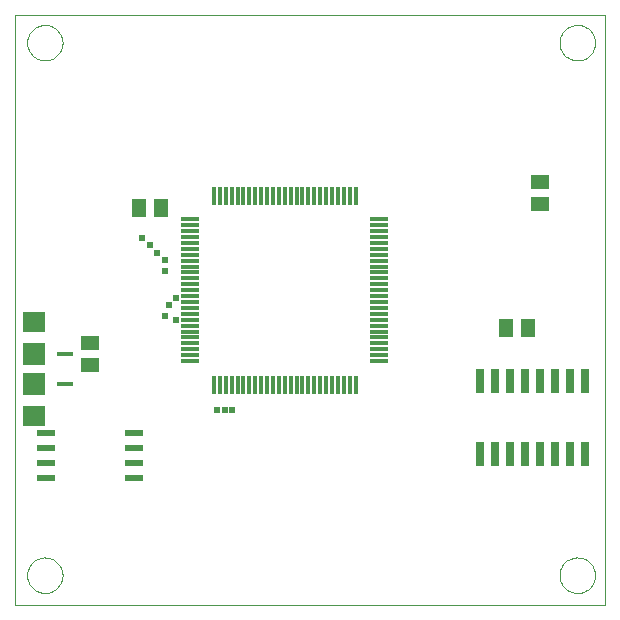
<source format=gtp>
G75*
%MOIN*%
%OFA0B0*%
%FSLAX24Y24*%
%IPPOS*%
%LPD*%
%AMOC8*
5,1,8,0,0,1.08239X$1,22.5*
%
%ADD10C,0.0000*%
%ADD11R,0.0610X0.0210*%
%ADD12R,0.0591X0.0138*%
%ADD13R,0.0138X0.0591*%
%ADD14R,0.0551X0.0138*%
%ADD15R,0.0748X0.0709*%
%ADD16R,0.0748X0.0748*%
%ADD17R,0.0260X0.0800*%
%ADD18R,0.0591X0.0512*%
%ADD19R,0.0200X0.0200*%
%ADD20R,0.0512X0.0591*%
D10*
X000603Y000100D02*
X000603Y019785D01*
X020288Y019785D01*
X020288Y000100D01*
X000603Y000100D01*
X001012Y001100D02*
X001014Y001148D01*
X001020Y001196D01*
X001030Y001243D01*
X001043Y001289D01*
X001061Y001334D01*
X001081Y001378D01*
X001106Y001420D01*
X001134Y001459D01*
X001164Y001496D01*
X001198Y001530D01*
X001235Y001562D01*
X001273Y001591D01*
X001314Y001616D01*
X001357Y001638D01*
X001402Y001656D01*
X001448Y001670D01*
X001495Y001681D01*
X001543Y001688D01*
X001591Y001691D01*
X001639Y001690D01*
X001687Y001685D01*
X001735Y001676D01*
X001781Y001664D01*
X001826Y001647D01*
X001870Y001627D01*
X001912Y001604D01*
X001952Y001577D01*
X001990Y001547D01*
X002025Y001514D01*
X002057Y001478D01*
X002087Y001440D01*
X002113Y001399D01*
X002135Y001356D01*
X002155Y001312D01*
X002170Y001267D01*
X002182Y001220D01*
X002190Y001172D01*
X002194Y001124D01*
X002194Y001076D01*
X002190Y001028D01*
X002182Y000980D01*
X002170Y000933D01*
X002155Y000888D01*
X002135Y000844D01*
X002113Y000801D01*
X002087Y000760D01*
X002057Y000722D01*
X002025Y000686D01*
X001990Y000653D01*
X001952Y000623D01*
X001912Y000596D01*
X001870Y000573D01*
X001826Y000553D01*
X001781Y000536D01*
X001735Y000524D01*
X001687Y000515D01*
X001639Y000510D01*
X001591Y000509D01*
X001543Y000512D01*
X001495Y000519D01*
X001448Y000530D01*
X001402Y000544D01*
X001357Y000562D01*
X001314Y000584D01*
X001273Y000609D01*
X001235Y000638D01*
X001198Y000670D01*
X001164Y000704D01*
X001134Y000741D01*
X001106Y000780D01*
X001081Y000822D01*
X001061Y000866D01*
X001043Y000911D01*
X001030Y000957D01*
X001020Y001004D01*
X001014Y001052D01*
X001012Y001100D01*
X001012Y018850D02*
X001014Y018898D01*
X001020Y018946D01*
X001030Y018993D01*
X001043Y019039D01*
X001061Y019084D01*
X001081Y019128D01*
X001106Y019170D01*
X001134Y019209D01*
X001164Y019246D01*
X001198Y019280D01*
X001235Y019312D01*
X001273Y019341D01*
X001314Y019366D01*
X001357Y019388D01*
X001402Y019406D01*
X001448Y019420D01*
X001495Y019431D01*
X001543Y019438D01*
X001591Y019441D01*
X001639Y019440D01*
X001687Y019435D01*
X001735Y019426D01*
X001781Y019414D01*
X001826Y019397D01*
X001870Y019377D01*
X001912Y019354D01*
X001952Y019327D01*
X001990Y019297D01*
X002025Y019264D01*
X002057Y019228D01*
X002087Y019190D01*
X002113Y019149D01*
X002135Y019106D01*
X002155Y019062D01*
X002170Y019017D01*
X002182Y018970D01*
X002190Y018922D01*
X002194Y018874D01*
X002194Y018826D01*
X002190Y018778D01*
X002182Y018730D01*
X002170Y018683D01*
X002155Y018638D01*
X002135Y018594D01*
X002113Y018551D01*
X002087Y018510D01*
X002057Y018472D01*
X002025Y018436D01*
X001990Y018403D01*
X001952Y018373D01*
X001912Y018346D01*
X001870Y018323D01*
X001826Y018303D01*
X001781Y018286D01*
X001735Y018274D01*
X001687Y018265D01*
X001639Y018260D01*
X001591Y018259D01*
X001543Y018262D01*
X001495Y018269D01*
X001448Y018280D01*
X001402Y018294D01*
X001357Y018312D01*
X001314Y018334D01*
X001273Y018359D01*
X001235Y018388D01*
X001198Y018420D01*
X001164Y018454D01*
X001134Y018491D01*
X001106Y018530D01*
X001081Y018572D01*
X001061Y018616D01*
X001043Y018661D01*
X001030Y018707D01*
X001020Y018754D01*
X001014Y018802D01*
X001012Y018850D01*
X018762Y018850D02*
X018764Y018898D01*
X018770Y018946D01*
X018780Y018993D01*
X018793Y019039D01*
X018811Y019084D01*
X018831Y019128D01*
X018856Y019170D01*
X018884Y019209D01*
X018914Y019246D01*
X018948Y019280D01*
X018985Y019312D01*
X019023Y019341D01*
X019064Y019366D01*
X019107Y019388D01*
X019152Y019406D01*
X019198Y019420D01*
X019245Y019431D01*
X019293Y019438D01*
X019341Y019441D01*
X019389Y019440D01*
X019437Y019435D01*
X019485Y019426D01*
X019531Y019414D01*
X019576Y019397D01*
X019620Y019377D01*
X019662Y019354D01*
X019702Y019327D01*
X019740Y019297D01*
X019775Y019264D01*
X019807Y019228D01*
X019837Y019190D01*
X019863Y019149D01*
X019885Y019106D01*
X019905Y019062D01*
X019920Y019017D01*
X019932Y018970D01*
X019940Y018922D01*
X019944Y018874D01*
X019944Y018826D01*
X019940Y018778D01*
X019932Y018730D01*
X019920Y018683D01*
X019905Y018638D01*
X019885Y018594D01*
X019863Y018551D01*
X019837Y018510D01*
X019807Y018472D01*
X019775Y018436D01*
X019740Y018403D01*
X019702Y018373D01*
X019662Y018346D01*
X019620Y018323D01*
X019576Y018303D01*
X019531Y018286D01*
X019485Y018274D01*
X019437Y018265D01*
X019389Y018260D01*
X019341Y018259D01*
X019293Y018262D01*
X019245Y018269D01*
X019198Y018280D01*
X019152Y018294D01*
X019107Y018312D01*
X019064Y018334D01*
X019023Y018359D01*
X018985Y018388D01*
X018948Y018420D01*
X018914Y018454D01*
X018884Y018491D01*
X018856Y018530D01*
X018831Y018572D01*
X018811Y018616D01*
X018793Y018661D01*
X018780Y018707D01*
X018770Y018754D01*
X018764Y018802D01*
X018762Y018850D01*
X018762Y001100D02*
X018764Y001148D01*
X018770Y001196D01*
X018780Y001243D01*
X018793Y001289D01*
X018811Y001334D01*
X018831Y001378D01*
X018856Y001420D01*
X018884Y001459D01*
X018914Y001496D01*
X018948Y001530D01*
X018985Y001562D01*
X019023Y001591D01*
X019064Y001616D01*
X019107Y001638D01*
X019152Y001656D01*
X019198Y001670D01*
X019245Y001681D01*
X019293Y001688D01*
X019341Y001691D01*
X019389Y001690D01*
X019437Y001685D01*
X019485Y001676D01*
X019531Y001664D01*
X019576Y001647D01*
X019620Y001627D01*
X019662Y001604D01*
X019702Y001577D01*
X019740Y001547D01*
X019775Y001514D01*
X019807Y001478D01*
X019837Y001440D01*
X019863Y001399D01*
X019885Y001356D01*
X019905Y001312D01*
X019920Y001267D01*
X019932Y001220D01*
X019940Y001172D01*
X019944Y001124D01*
X019944Y001076D01*
X019940Y001028D01*
X019932Y000980D01*
X019920Y000933D01*
X019905Y000888D01*
X019885Y000844D01*
X019863Y000801D01*
X019837Y000760D01*
X019807Y000722D01*
X019775Y000686D01*
X019740Y000653D01*
X019702Y000623D01*
X019662Y000596D01*
X019620Y000573D01*
X019576Y000553D01*
X019531Y000536D01*
X019485Y000524D01*
X019437Y000515D01*
X019389Y000510D01*
X019341Y000509D01*
X019293Y000512D01*
X019245Y000519D01*
X019198Y000530D01*
X019152Y000544D01*
X019107Y000562D01*
X019064Y000584D01*
X019023Y000609D01*
X018985Y000638D01*
X018948Y000670D01*
X018914Y000704D01*
X018884Y000741D01*
X018856Y000780D01*
X018831Y000822D01*
X018811Y000866D01*
X018793Y000911D01*
X018780Y000957D01*
X018770Y001004D01*
X018764Y001052D01*
X018762Y001100D01*
D11*
X004563Y004350D03*
X004563Y004850D03*
X004563Y005350D03*
X004563Y005850D03*
X001643Y005850D03*
X001643Y005350D03*
X001643Y004850D03*
X001643Y004350D03*
D12*
X006453Y008238D03*
X006453Y008435D03*
X006453Y008631D03*
X006453Y008828D03*
X006453Y009025D03*
X006453Y009222D03*
X006453Y009419D03*
X006453Y009616D03*
X006453Y009813D03*
X006453Y010009D03*
X006453Y010206D03*
X006453Y010403D03*
X006453Y010600D03*
X006453Y010797D03*
X006453Y010994D03*
X006453Y011191D03*
X006453Y011387D03*
X006453Y011584D03*
X006453Y011781D03*
X006453Y011978D03*
X006453Y012175D03*
X006453Y012372D03*
X006453Y012569D03*
X006453Y012765D03*
X006453Y012962D03*
X012752Y012962D03*
X012752Y012765D03*
X012752Y012569D03*
X012752Y012372D03*
X012752Y012175D03*
X012752Y011978D03*
X012752Y011781D03*
X012752Y011584D03*
X012752Y011387D03*
X012752Y011191D03*
X012752Y010994D03*
X012752Y010797D03*
X012752Y010600D03*
X012752Y010403D03*
X012752Y010206D03*
X012752Y010009D03*
X012752Y009813D03*
X012752Y009616D03*
X012752Y009419D03*
X012752Y009222D03*
X012752Y009025D03*
X012752Y008828D03*
X012752Y008631D03*
X012752Y008435D03*
X012752Y008238D03*
D13*
X011965Y007450D03*
X011768Y007450D03*
X011571Y007450D03*
X011374Y007450D03*
X011177Y007450D03*
X010981Y007450D03*
X010784Y007450D03*
X010587Y007450D03*
X010390Y007450D03*
X010193Y007450D03*
X009996Y007450D03*
X009799Y007450D03*
X009603Y007450D03*
X009406Y007450D03*
X009209Y007450D03*
X009012Y007450D03*
X008815Y007450D03*
X008618Y007450D03*
X008421Y007450D03*
X008225Y007450D03*
X008028Y007450D03*
X007831Y007450D03*
X007634Y007450D03*
X007437Y007450D03*
X007240Y007450D03*
X007240Y013750D03*
X007437Y013750D03*
X007634Y013750D03*
X007831Y013750D03*
X008028Y013750D03*
X008225Y013750D03*
X008421Y013750D03*
X008618Y013750D03*
X008815Y013750D03*
X009012Y013750D03*
X009209Y013750D03*
X009406Y013750D03*
X009603Y013750D03*
X009799Y013750D03*
X009996Y013750D03*
X010193Y013750D03*
X010390Y013750D03*
X010587Y013750D03*
X010784Y013750D03*
X010981Y013750D03*
X011177Y013750D03*
X011374Y013750D03*
X011571Y013750D03*
X011768Y013750D03*
X011965Y013750D03*
D14*
X002271Y008487D03*
X002271Y007463D03*
D15*
X001228Y006400D03*
X001228Y009550D03*
D16*
X001228Y008475D03*
X001228Y007475D03*
D17*
X016103Y007560D03*
X016603Y007560D03*
X017103Y007560D03*
X017603Y007560D03*
X018103Y007560D03*
X018603Y007560D03*
X019103Y007560D03*
X019603Y007560D03*
X019603Y005140D03*
X019103Y005140D03*
X018603Y005140D03*
X018103Y005140D03*
X017603Y005140D03*
X017103Y005140D03*
X016603Y005140D03*
X016103Y005140D03*
D18*
X018103Y013476D03*
X018103Y014224D03*
X003103Y008849D03*
X003103Y008101D03*
D19*
X005603Y009725D03*
X005978Y009600D03*
X005728Y010100D03*
X005978Y010350D03*
X005603Y011225D03*
X005603Y011600D03*
X005353Y011850D03*
X005103Y012100D03*
X004853Y012350D03*
X007353Y006600D03*
X007603Y006600D03*
X007853Y006600D03*
D20*
X005477Y013350D03*
X004729Y013350D03*
X016979Y009350D03*
X017727Y009350D03*
M02*

</source>
